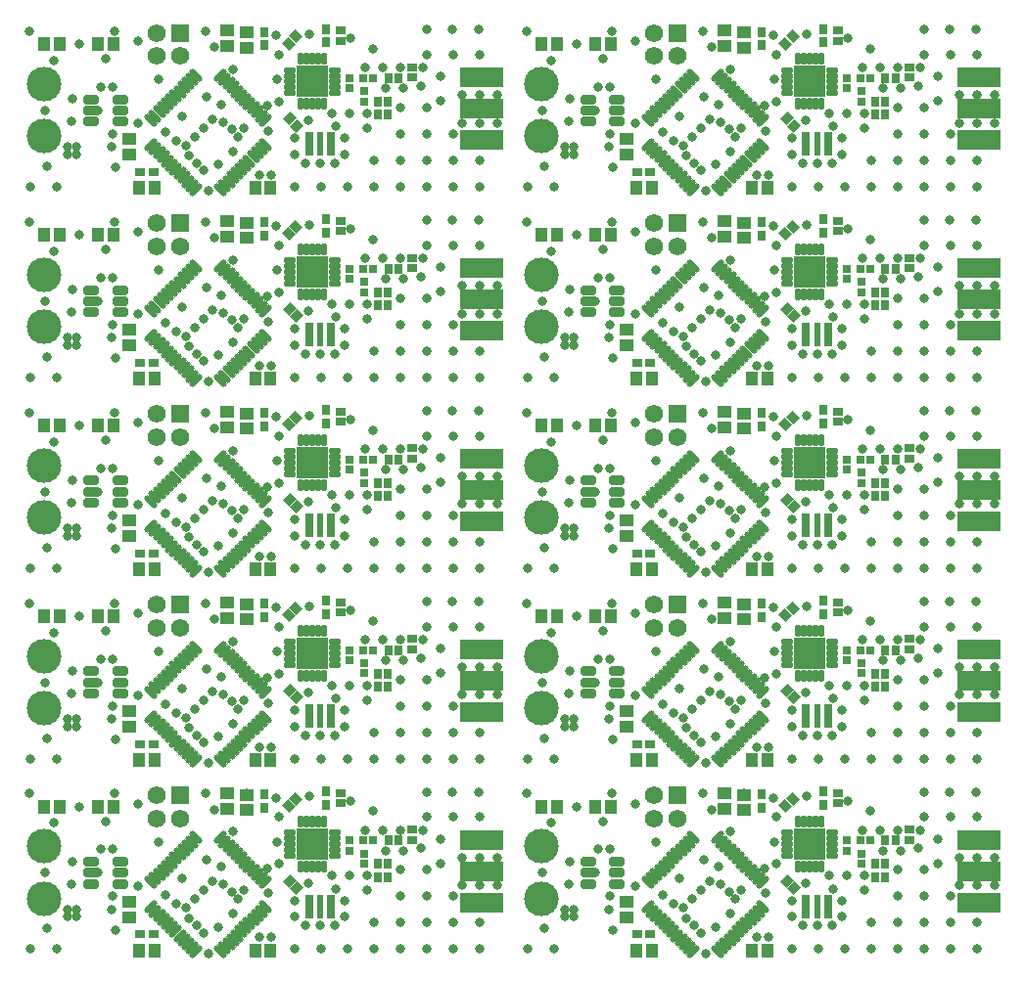
<source format=gts>
G04*
G04 #@! TF.GenerationSoftware,Altium Limited,Altium Designer,22.10.1 (41)*
G04*
G04 Layer_Color=8388736*
%FSTAX24Y24*%
%MOIN*%
G70*
G04*
G04 #@! TF.SameCoordinates,5BB37C8D-2695-4AAB-85CC-B91A701228BC*
G04*
G04*
G04 #@! TF.FilePolarity,Negative*
G04*
G01*
G75*
%ADD57R,0.1458X0.0671*%
G04:AMPARAMS|DCode=58|XSize=33.2mil|YSize=31.6mil|CornerRadius=0mil|HoleSize=0mil|Usage=FLASHONLY|Rotation=225.000|XOffset=0mil|YOffset=0mil|HoleType=Round|Shape=Rectangle|*
%AMROTATEDRECTD58*
4,1,4,0.0006,0.0229,0.0229,0.0006,-0.0006,-0.0229,-0.0229,-0.0006,0.0006,0.0229,0.0*
%
%ADD58ROTATEDRECTD58*%

G04:AMPARAMS|DCode=59|XSize=33.2mil|YSize=31.6mil|CornerRadius=0mil|HoleSize=0mil|Usage=FLASHONLY|Rotation=135.000|XOffset=0mil|YOffset=0mil|HoleType=Round|Shape=Rectangle|*
%AMROTATEDRECTD59*
4,1,4,0.0229,-0.0006,0.0006,-0.0229,-0.0229,0.0006,-0.0006,0.0229,0.0229,-0.0006,0.0*
%
%ADD59ROTATEDRECTD59*%

%ADD60R,0.0316X0.0332*%
%ADD61R,0.0332X0.0316*%
%ADD62R,0.0474X0.0434*%
%ADD63R,0.0434X0.0474*%
%ADD64R,0.0316X0.0277*%
%ADD65R,0.0277X0.0316*%
%ADD66R,0.0415X0.0454*%
%ADD67R,0.0375X0.0316*%
%ADD68R,0.0316X0.0375*%
%ADD69R,0.0454X0.0415*%
G04:AMPARAMS|DCode=70|XSize=55.6mil|YSize=31.2mil|CornerRadius=6.9mil|HoleSize=0mil|Usage=FLASHONLY|Rotation=0.000|XOffset=0mil|YOffset=0mil|HoleType=Round|Shape=RoundedRectangle|*
%AMROUNDEDRECTD70*
21,1,0.0556,0.0174,0,0,0.0*
21,1,0.0418,0.0312,0,0,0.0*
1,1,0.0138,0.0209,-0.0087*
1,1,0.0138,-0.0209,-0.0087*
1,1,0.0138,-0.0209,0.0087*
1,1,0.0138,0.0209,0.0087*
%
%ADD70ROUNDEDRECTD70*%
%ADD71R,0.0237X0.0828*%
%ADD72R,0.0316X0.0828*%
%ADD73R,0.1104X0.1104*%
G04:AMPARAMS|DCode=74|XSize=39.9mil|YSize=18.2mil|CornerRadius=5.3mil|HoleSize=0mil|Usage=FLASHONLY|Rotation=0.000|XOffset=0mil|YOffset=0mil|HoleType=Round|Shape=RoundedRectangle|*
%AMROUNDEDRECTD74*
21,1,0.0399,0.0077,0,0,0.0*
21,1,0.0293,0.0182,0,0,0.0*
1,1,0.0106,0.0147,-0.0038*
1,1,0.0106,-0.0147,-0.0038*
1,1,0.0106,-0.0147,0.0038*
1,1,0.0106,0.0147,0.0038*
%
%ADD74ROUNDEDRECTD74*%
G04:AMPARAMS|DCode=75|XSize=39.9mil|YSize=18.2mil|CornerRadius=5.3mil|HoleSize=0mil|Usage=FLASHONLY|Rotation=90.000|XOffset=0mil|YOffset=0mil|HoleType=Round|Shape=RoundedRectangle|*
%AMROUNDEDRECTD75*
21,1,0.0399,0.0077,0,0,90.0*
21,1,0.0293,0.0182,0,0,90.0*
1,1,0.0106,0.0038,0.0147*
1,1,0.0106,0.0038,-0.0147*
1,1,0.0106,-0.0038,-0.0147*
1,1,0.0106,-0.0038,0.0147*
%
%ADD75ROUNDEDRECTD75*%
G04:AMPARAMS|DCode=76|XSize=19.8mil|YSize=55.2mil|CornerRadius=0mil|HoleSize=0mil|Usage=FLASHONLY|Rotation=225.000|XOffset=0mil|YOffset=0mil|HoleType=Round|Shape=Round|*
%AMOVALD76*
21,1,0.0354,0.0198,0.0000,0.0000,315.0*
1,1,0.0198,-0.0125,0.0125*
1,1,0.0198,0.0125,-0.0125*
%
%ADD76OVALD76*%

G04:AMPARAMS|DCode=77|XSize=19.8mil|YSize=55.2mil|CornerRadius=0mil|HoleSize=0mil|Usage=FLASHONLY|Rotation=135.000|XOffset=0mil|YOffset=0mil|HoleType=Round|Shape=Round|*
%AMOVALD77*
21,1,0.0354,0.0198,0.0000,0.0000,225.0*
1,1,0.0198,0.0125,0.0125*
1,1,0.0198,-0.0125,-0.0125*
%
%ADD77OVALD77*%

%ADD78C,0.0615*%
%ADD79R,0.0615X0.0615*%
%ADD80C,0.1182*%
%ADD81C,0.0320*%
D57*
X033023Y016621D02*
D03*
Y017684D02*
D03*
Y015558D02*
D03*
X049952Y016621D02*
D03*
Y017684D02*
D03*
Y015558D02*
D03*
X033023Y023117D02*
D03*
Y02418D02*
D03*
Y022054D02*
D03*
X049952Y023117D02*
D03*
Y02418D02*
D03*
Y022054D02*
D03*
X033023Y029613D02*
D03*
Y030676D02*
D03*
Y02855D02*
D03*
X049952Y029613D02*
D03*
Y030676D02*
D03*
Y02855D02*
D03*
X033023Y03611D02*
D03*
Y037173D02*
D03*
Y035047D02*
D03*
X049952Y03611D02*
D03*
Y037173D02*
D03*
Y035047D02*
D03*
X033023Y042606D02*
D03*
Y043669D02*
D03*
Y041543D02*
D03*
X049952Y042606D02*
D03*
Y043669D02*
D03*
Y041543D02*
D03*
D58*
X026745Y016049D02*
D03*
X0265Y016294D02*
D03*
X043675Y016049D02*
D03*
X04343Y016294D02*
D03*
X026745Y022545D02*
D03*
X0265Y02279D02*
D03*
X043675Y022545D02*
D03*
X04343Y02279D02*
D03*
X026745Y029041D02*
D03*
X0265Y029286D02*
D03*
X043675Y029041D02*
D03*
X04343Y029286D02*
D03*
X026745Y035537D02*
D03*
X0265Y035782D02*
D03*
X043675Y035537D02*
D03*
X04343Y035782D02*
D03*
X026745Y042033D02*
D03*
X0265Y042278D02*
D03*
X043675Y042033D02*
D03*
X04343Y042278D02*
D03*
D59*
X02645Y018849D02*
D03*
X026695Y019094D02*
D03*
X04338Y018849D02*
D03*
X043625Y019094D02*
D03*
X02645Y025345D02*
D03*
X026695Y02559D02*
D03*
X04338Y025345D02*
D03*
X043625Y02559D02*
D03*
X02645Y031841D02*
D03*
X026695Y032086D02*
D03*
X04338Y031841D02*
D03*
X043625Y032086D02*
D03*
X02645Y038337D02*
D03*
X026695Y038582D02*
D03*
X04338Y038337D02*
D03*
X043625Y038582D02*
D03*
X02645Y044833D02*
D03*
X026695Y045078D02*
D03*
X04338Y044833D02*
D03*
X043625Y045078D02*
D03*
D60*
X0295Y016421D02*
D03*
X029846D02*
D03*
X0295Y016871D02*
D03*
X029846D02*
D03*
X030196Y017671D02*
D03*
X02985D02*
D03*
X046429Y016421D02*
D03*
X046775D02*
D03*
X046429Y016871D02*
D03*
X046775D02*
D03*
X047125Y017671D02*
D03*
X046779D02*
D03*
X0295Y022917D02*
D03*
X029846D02*
D03*
X0295Y023367D02*
D03*
X029846D02*
D03*
X030196Y024167D02*
D03*
X02985D02*
D03*
X046429Y022917D02*
D03*
X046775D02*
D03*
X046429Y023367D02*
D03*
X046775D02*
D03*
X047125Y024167D02*
D03*
X046779D02*
D03*
X0295Y029413D02*
D03*
X029846D02*
D03*
X0295Y029863D02*
D03*
X029846D02*
D03*
X030196Y030663D02*
D03*
X02985D02*
D03*
X046429Y029413D02*
D03*
X046775D02*
D03*
X046429Y029863D02*
D03*
X046775D02*
D03*
X047125Y030663D02*
D03*
X046779D02*
D03*
X0295Y03591D02*
D03*
X029846D02*
D03*
X0295Y03636D02*
D03*
X029846D02*
D03*
X030196Y03716D02*
D03*
X02985D02*
D03*
X046429Y03591D02*
D03*
X046775D02*
D03*
X046429Y03636D02*
D03*
X046775D02*
D03*
X047125Y03716D02*
D03*
X046779D02*
D03*
X0295Y042406D02*
D03*
X029846D02*
D03*
X0295Y042856D02*
D03*
X029846D02*
D03*
X030196Y043656D02*
D03*
X02985D02*
D03*
X046429Y042406D02*
D03*
X046775D02*
D03*
X046429Y042856D02*
D03*
X046775D02*
D03*
X047125Y043656D02*
D03*
X046779D02*
D03*
D61*
X030673Y017698D02*
D03*
Y018045D02*
D03*
X028223Y019295D02*
D03*
Y018948D02*
D03*
X047602Y017698D02*
D03*
Y018045D02*
D03*
X045152Y019295D02*
D03*
Y018948D02*
D03*
X030673Y024194D02*
D03*
Y024541D02*
D03*
X028223Y025791D02*
D03*
Y025444D02*
D03*
X047602Y024194D02*
D03*
Y024541D02*
D03*
X045152Y025791D02*
D03*
Y025444D02*
D03*
X030673Y03069D02*
D03*
Y031037D02*
D03*
X028223Y032287D02*
D03*
Y03194D02*
D03*
X047602Y03069D02*
D03*
Y031037D02*
D03*
X045152Y032287D02*
D03*
Y03194D02*
D03*
X030673Y037186D02*
D03*
Y037533D02*
D03*
X028223Y038783D02*
D03*
Y038436D02*
D03*
X047602Y037186D02*
D03*
Y037533D02*
D03*
X045152Y038783D02*
D03*
Y038436D02*
D03*
X030673Y043682D02*
D03*
Y044029D02*
D03*
X028223Y045279D02*
D03*
Y044932D02*
D03*
X047602Y043682D02*
D03*
Y044029D02*
D03*
X045152Y045279D02*
D03*
Y044932D02*
D03*
D62*
X021023Y015056D02*
D03*
Y015587D02*
D03*
X024373Y019287D02*
D03*
Y018756D02*
D03*
X037952Y015056D02*
D03*
Y015587D02*
D03*
X041302Y019287D02*
D03*
Y018756D02*
D03*
X021023Y021552D02*
D03*
Y022083D02*
D03*
X024373Y025783D02*
D03*
Y025252D02*
D03*
X037952Y021552D02*
D03*
Y022083D02*
D03*
X041302Y025783D02*
D03*
Y025252D02*
D03*
X021023Y028048D02*
D03*
Y028579D02*
D03*
X024373Y032279D02*
D03*
Y031748D02*
D03*
X037952Y028048D02*
D03*
Y028579D02*
D03*
X041302Y032279D02*
D03*
Y031748D02*
D03*
X021023Y034544D02*
D03*
Y035075D02*
D03*
X024373Y038775D02*
D03*
Y038244D02*
D03*
X037952Y034544D02*
D03*
Y035075D02*
D03*
X041302Y038775D02*
D03*
Y038244D02*
D03*
X021023Y04104D02*
D03*
Y041571D02*
D03*
X024373Y045271D02*
D03*
Y04474D02*
D03*
X037952Y04104D02*
D03*
Y041571D02*
D03*
X041302Y045271D02*
D03*
Y04474D02*
D03*
D63*
X021889Y013921D02*
D03*
X021357D02*
D03*
X020504Y018821D02*
D03*
X019973D02*
D03*
X018673D02*
D03*
X018141D02*
D03*
X038818Y013921D02*
D03*
X038286D02*
D03*
X037434Y018821D02*
D03*
X036902D02*
D03*
X035602D02*
D03*
X035071D02*
D03*
X021889Y020417D02*
D03*
X021357D02*
D03*
X020504Y025317D02*
D03*
X019973D02*
D03*
X018673D02*
D03*
X018141D02*
D03*
X038818Y020417D02*
D03*
X038286D02*
D03*
X037434Y025317D02*
D03*
X036902D02*
D03*
X035602D02*
D03*
X035071D02*
D03*
X021889Y026913D02*
D03*
X021357D02*
D03*
X020504Y031813D02*
D03*
X019973D02*
D03*
X018673D02*
D03*
X018141D02*
D03*
X038818Y026913D02*
D03*
X038286D02*
D03*
X037434Y031813D02*
D03*
X036902D02*
D03*
X035602D02*
D03*
X035071D02*
D03*
X021889Y03341D02*
D03*
X021357D02*
D03*
X020504Y03831D02*
D03*
X019973D02*
D03*
X018673D02*
D03*
X018141D02*
D03*
X038818Y03341D02*
D03*
X038286D02*
D03*
X037434Y03831D02*
D03*
X036902D02*
D03*
X035602D02*
D03*
X035071D02*
D03*
X021889Y039906D02*
D03*
X021357D02*
D03*
X020504Y044806D02*
D03*
X019973D02*
D03*
X018673D02*
D03*
X018141D02*
D03*
X038818Y039906D02*
D03*
X038286D02*
D03*
X037434Y044806D02*
D03*
X036902D02*
D03*
X035602D02*
D03*
X035071D02*
D03*
D64*
X029023Y017221D02*
D03*
Y016875D02*
D03*
X028523Y017325D02*
D03*
Y017671D02*
D03*
X045952Y017221D02*
D03*
Y016875D02*
D03*
X045452Y017325D02*
D03*
Y017671D02*
D03*
X029023Y023717D02*
D03*
Y023371D02*
D03*
X028523Y023821D02*
D03*
Y024167D02*
D03*
X045952Y023717D02*
D03*
Y023371D02*
D03*
X045452Y023821D02*
D03*
Y024167D02*
D03*
X029023Y030213D02*
D03*
Y029867D02*
D03*
X028523Y030317D02*
D03*
Y030663D02*
D03*
X045952Y030213D02*
D03*
Y029867D02*
D03*
X045452Y030317D02*
D03*
Y030663D02*
D03*
X029023Y03671D02*
D03*
Y036363D02*
D03*
X028523Y036813D02*
D03*
Y03716D02*
D03*
X045952Y03671D02*
D03*
Y036363D02*
D03*
X045452Y036813D02*
D03*
Y03716D02*
D03*
X029023Y043206D02*
D03*
Y042859D02*
D03*
X028523Y043309D02*
D03*
Y043656D02*
D03*
X045952Y043206D02*
D03*
Y042859D02*
D03*
X045452Y043309D02*
D03*
Y043656D02*
D03*
D65*
X029346Y017671D02*
D03*
X029D02*
D03*
X046275D02*
D03*
X045929D02*
D03*
X029346Y024167D02*
D03*
X029D02*
D03*
X046275D02*
D03*
X045929D02*
D03*
X029346Y030663D02*
D03*
X029D02*
D03*
X046275D02*
D03*
X045929D02*
D03*
X029346Y03716D02*
D03*
X029D02*
D03*
X046275D02*
D03*
X045929D02*
D03*
X029346Y043656D02*
D03*
X029D02*
D03*
X046275D02*
D03*
X045929D02*
D03*
D66*
X025829Y013921D02*
D03*
X025317D02*
D03*
X042758D02*
D03*
X042246D02*
D03*
X025829Y020417D02*
D03*
X025317D02*
D03*
X042758D02*
D03*
X042246D02*
D03*
X025829Y026913D02*
D03*
X025317D02*
D03*
X042758D02*
D03*
X042246D02*
D03*
X025829Y03341D02*
D03*
X025317D02*
D03*
X042758D02*
D03*
X042246D02*
D03*
X025829Y039906D02*
D03*
X025317D02*
D03*
X042758D02*
D03*
X042246D02*
D03*
D67*
X021849Y014471D02*
D03*
X021397D02*
D03*
X038778D02*
D03*
X038326D02*
D03*
X021849Y020967D02*
D03*
X021397D02*
D03*
X038778D02*
D03*
X038326D02*
D03*
X021849Y027463D02*
D03*
X021397D02*
D03*
X038778D02*
D03*
X038326D02*
D03*
X021849Y03396D02*
D03*
X021397D02*
D03*
X038778D02*
D03*
X038326D02*
D03*
X021849Y040456D02*
D03*
X021397D02*
D03*
X038778D02*
D03*
X038326D02*
D03*
D68*
X027723Y018895D02*
D03*
Y019348D02*
D03*
X025623Y019248D02*
D03*
Y018795D02*
D03*
X044652Y018895D02*
D03*
Y019348D02*
D03*
X042552Y019248D02*
D03*
Y018795D02*
D03*
X027723Y025391D02*
D03*
Y025844D02*
D03*
X025623Y025744D02*
D03*
Y025291D02*
D03*
X044652Y025391D02*
D03*
Y025844D02*
D03*
X042552Y025744D02*
D03*
Y025291D02*
D03*
X027723Y031887D02*
D03*
Y03234D02*
D03*
X025623Y03224D02*
D03*
Y031787D02*
D03*
X044652Y031887D02*
D03*
Y03234D02*
D03*
X042552Y03224D02*
D03*
Y031787D02*
D03*
X027723Y038383D02*
D03*
Y038836D02*
D03*
X025623Y038736D02*
D03*
Y038283D02*
D03*
X044652Y038383D02*
D03*
Y038836D02*
D03*
X042552Y038736D02*
D03*
Y038283D02*
D03*
X027723Y044879D02*
D03*
Y045332D02*
D03*
X025623Y045232D02*
D03*
Y044779D02*
D03*
X044652Y044879D02*
D03*
Y045332D02*
D03*
X042552Y045232D02*
D03*
Y044779D02*
D03*
D69*
X025023Y019227D02*
D03*
Y018715D02*
D03*
X041952Y019227D02*
D03*
Y018715D02*
D03*
X025023Y025723D02*
D03*
Y025211D02*
D03*
X041952Y025723D02*
D03*
Y025211D02*
D03*
X025023Y032219D02*
D03*
Y031708D02*
D03*
X041952Y032219D02*
D03*
Y031708D02*
D03*
X025023Y038715D02*
D03*
Y038204D02*
D03*
X041952Y038715D02*
D03*
Y038204D02*
D03*
X025023Y045211D02*
D03*
Y0447D02*
D03*
X041952Y045211D02*
D03*
Y0447D02*
D03*
D70*
X019729Y016945D02*
D03*
Y016571D02*
D03*
Y016197D02*
D03*
X020717D02*
D03*
X020717Y016571D02*
D03*
X020717Y016945D02*
D03*
X036658D02*
D03*
Y016571D02*
D03*
Y016197D02*
D03*
X037646D02*
D03*
X037646Y016571D02*
D03*
X037646Y016945D02*
D03*
X019729Y023441D02*
D03*
Y023067D02*
D03*
Y022693D02*
D03*
X020717D02*
D03*
X020717Y023067D02*
D03*
X020717Y023441D02*
D03*
X036658D02*
D03*
Y023067D02*
D03*
Y022693D02*
D03*
X037646D02*
D03*
X037646Y023067D02*
D03*
X037646Y023441D02*
D03*
X019729Y029937D02*
D03*
Y029563D02*
D03*
Y029189D02*
D03*
X020717D02*
D03*
X020717Y029563D02*
D03*
X020717Y029937D02*
D03*
X036658D02*
D03*
Y029563D02*
D03*
Y029189D02*
D03*
X037646D02*
D03*
X037646Y029563D02*
D03*
X037646Y029937D02*
D03*
X019729Y036434D02*
D03*
Y03606D02*
D03*
Y035686D02*
D03*
X020717D02*
D03*
X020717Y03606D02*
D03*
X020717Y036434D02*
D03*
X036658D02*
D03*
Y03606D02*
D03*
Y035686D02*
D03*
X037646D02*
D03*
X037646Y03606D02*
D03*
X037646Y036434D02*
D03*
X019729Y04293D02*
D03*
Y042556D02*
D03*
Y042182D02*
D03*
X020717D02*
D03*
X020717Y042556D02*
D03*
X020717Y04293D02*
D03*
X036658D02*
D03*
Y042556D02*
D03*
Y042182D02*
D03*
X037646D02*
D03*
X037646Y042556D02*
D03*
X037646Y04293D02*
D03*
D71*
X027523Y015421D02*
D03*
X044452D02*
D03*
X027523Y021917D02*
D03*
X044452D02*
D03*
X027523Y028413D02*
D03*
X044452D02*
D03*
X027523Y03491D02*
D03*
X044452D02*
D03*
X027523Y041406D02*
D03*
X044452D02*
D03*
D72*
X027897Y015421D02*
D03*
X027149D02*
D03*
X044826D02*
D03*
X044078D02*
D03*
X027897Y021917D02*
D03*
X027149D02*
D03*
X044826D02*
D03*
X044078D02*
D03*
X027897Y028413D02*
D03*
X027149D02*
D03*
X044826D02*
D03*
X044078D02*
D03*
X027897Y03491D02*
D03*
X027149D02*
D03*
X044826D02*
D03*
X044078D02*
D03*
X027897Y041406D02*
D03*
X027149D02*
D03*
X044826D02*
D03*
X044078D02*
D03*
D73*
X027267Y017554D02*
D03*
X044196D02*
D03*
X027267Y02405D02*
D03*
X044196D02*
D03*
X027267Y030546D02*
D03*
X044196D02*
D03*
X027267Y037042D02*
D03*
X044196D02*
D03*
X027267Y043538D02*
D03*
X044196D02*
D03*
D74*
X028034Y017947D02*
D03*
Y01775D02*
D03*
Y017554D02*
D03*
Y017357D02*
D03*
Y01716D02*
D03*
X026499D02*
D03*
Y017357D02*
D03*
Y017554D02*
D03*
Y01775D02*
D03*
Y017947D02*
D03*
X044963D02*
D03*
Y01775D02*
D03*
Y017554D02*
D03*
Y017357D02*
D03*
Y01716D02*
D03*
X043428D02*
D03*
Y017357D02*
D03*
Y017554D02*
D03*
Y01775D02*
D03*
Y017947D02*
D03*
X028034Y024443D02*
D03*
Y024247D02*
D03*
Y02405D02*
D03*
Y023853D02*
D03*
Y023656D02*
D03*
X026499D02*
D03*
Y023853D02*
D03*
Y02405D02*
D03*
Y024247D02*
D03*
Y024443D02*
D03*
X044963D02*
D03*
Y024247D02*
D03*
Y02405D02*
D03*
Y023853D02*
D03*
Y023656D02*
D03*
X043428D02*
D03*
Y023853D02*
D03*
Y02405D02*
D03*
Y024247D02*
D03*
Y024443D02*
D03*
X028034Y030939D02*
D03*
Y030743D02*
D03*
Y030546D02*
D03*
Y030349D02*
D03*
Y030152D02*
D03*
X026499D02*
D03*
Y030349D02*
D03*
Y030546D02*
D03*
Y030743D02*
D03*
Y030939D02*
D03*
X044963D02*
D03*
Y030743D02*
D03*
Y030546D02*
D03*
Y030349D02*
D03*
Y030152D02*
D03*
X043428D02*
D03*
Y030349D02*
D03*
Y030546D02*
D03*
Y030743D02*
D03*
Y030939D02*
D03*
X028034Y037436D02*
D03*
Y037239D02*
D03*
Y037042D02*
D03*
Y036845D02*
D03*
Y036648D02*
D03*
X026499D02*
D03*
Y036845D02*
D03*
Y037042D02*
D03*
Y037239D02*
D03*
Y037436D02*
D03*
X044963D02*
D03*
Y037239D02*
D03*
Y037042D02*
D03*
Y036845D02*
D03*
Y036648D02*
D03*
X043428D02*
D03*
Y036845D02*
D03*
Y037042D02*
D03*
Y037239D02*
D03*
Y037436D02*
D03*
X028034Y043932D02*
D03*
Y043735D02*
D03*
Y043538D02*
D03*
Y043341D02*
D03*
Y043144D02*
D03*
X026499D02*
D03*
Y043341D02*
D03*
Y043538D02*
D03*
Y043735D02*
D03*
Y043932D02*
D03*
X044963D02*
D03*
Y043735D02*
D03*
Y043538D02*
D03*
Y043341D02*
D03*
Y043144D02*
D03*
X043428D02*
D03*
Y043341D02*
D03*
Y043538D02*
D03*
Y043735D02*
D03*
Y043932D02*
D03*
D75*
X026873Y018321D02*
D03*
X02707D02*
D03*
X027267D02*
D03*
X027463D02*
D03*
X02766D02*
D03*
Y016786D02*
D03*
X027463D02*
D03*
X027267D02*
D03*
X02707D02*
D03*
X026873D02*
D03*
X043802Y018321D02*
D03*
X043999D02*
D03*
X044196D02*
D03*
X044393D02*
D03*
X044589D02*
D03*
Y016786D02*
D03*
X044393D02*
D03*
X044196D02*
D03*
X043999D02*
D03*
X043802D02*
D03*
X026873Y024817D02*
D03*
X02707D02*
D03*
X027267D02*
D03*
X027463D02*
D03*
X02766D02*
D03*
Y023282D02*
D03*
X027463D02*
D03*
X027267D02*
D03*
X02707D02*
D03*
X026873D02*
D03*
X043802Y024817D02*
D03*
X043999D02*
D03*
X044196D02*
D03*
X044393D02*
D03*
X044589D02*
D03*
Y023282D02*
D03*
X044393D02*
D03*
X044196D02*
D03*
X043999D02*
D03*
X043802D02*
D03*
X026873Y031313D02*
D03*
X02707D02*
D03*
X027267D02*
D03*
X027463D02*
D03*
X02766D02*
D03*
Y029778D02*
D03*
X027463D02*
D03*
X027267D02*
D03*
X02707D02*
D03*
X026873D02*
D03*
X043802Y031313D02*
D03*
X043999D02*
D03*
X044196D02*
D03*
X044393D02*
D03*
X044589D02*
D03*
Y029778D02*
D03*
X044393D02*
D03*
X044196D02*
D03*
X043999D02*
D03*
X043802D02*
D03*
X026873Y03781D02*
D03*
X02707D02*
D03*
X027267D02*
D03*
X027463D02*
D03*
X02766D02*
D03*
Y036274D02*
D03*
X027463D02*
D03*
X027267D02*
D03*
X02707D02*
D03*
X026873D02*
D03*
X043802Y03781D02*
D03*
X043999D02*
D03*
X044196D02*
D03*
X044393D02*
D03*
X044589D02*
D03*
Y036274D02*
D03*
X044393D02*
D03*
X044196D02*
D03*
X043999D02*
D03*
X043802D02*
D03*
X026873Y044306D02*
D03*
X02707D02*
D03*
X027267D02*
D03*
X027463D02*
D03*
X02766D02*
D03*
Y04277D02*
D03*
X027463D02*
D03*
X027267D02*
D03*
X02707D02*
D03*
X026873D02*
D03*
X043802Y044306D02*
D03*
X043999D02*
D03*
X044196D02*
D03*
X044393D02*
D03*
X044589D02*
D03*
Y04277D02*
D03*
X044393D02*
D03*
X044196D02*
D03*
X043999D02*
D03*
X043802D02*
D03*
D76*
X02414Y013873D02*
D03*
X02428Y014012D02*
D03*
X024419Y014151D02*
D03*
X024558Y01429D02*
D03*
X024697Y014429D02*
D03*
X024836Y014569D02*
D03*
X024976Y014708D02*
D03*
X025115Y014847D02*
D03*
X025254Y014986D02*
D03*
X025393Y015125D02*
D03*
X025532Y015265D02*
D03*
X025672Y015404D02*
D03*
X023305Y01777D02*
D03*
X023166Y017631D02*
D03*
X023027Y017492D02*
D03*
X022888Y017352D02*
D03*
X022749Y017213D02*
D03*
X022609Y017074D02*
D03*
X02247Y016935D02*
D03*
X022331Y016796D02*
D03*
X022192Y016656D02*
D03*
X022053Y016517D02*
D03*
X021913Y016378D02*
D03*
X021774Y016239D02*
D03*
X04107Y013873D02*
D03*
X041209Y014012D02*
D03*
X041348Y014151D02*
D03*
X041487Y01429D02*
D03*
X041626Y014429D02*
D03*
X041766Y014569D02*
D03*
X041905Y014708D02*
D03*
X042044Y014847D02*
D03*
X042183Y014986D02*
D03*
X042322Y015125D02*
D03*
X042462Y015265D02*
D03*
X042601Y015404D02*
D03*
X040234Y01777D02*
D03*
X040095Y017631D02*
D03*
X039956Y017492D02*
D03*
X039817Y017352D02*
D03*
X039678Y017213D02*
D03*
X039538Y017074D02*
D03*
X039399Y016935D02*
D03*
X03926Y016796D02*
D03*
X039121Y016656D02*
D03*
X038982Y016517D02*
D03*
X038843Y016378D02*
D03*
X038703Y016239D02*
D03*
X02414Y020369D02*
D03*
X02428Y020508D02*
D03*
X024419Y020647D02*
D03*
X024558Y020786D02*
D03*
X024697Y020925D02*
D03*
X024836Y021065D02*
D03*
X024976Y021204D02*
D03*
X025115Y021343D02*
D03*
X025254Y021482D02*
D03*
X025393Y021621D02*
D03*
X025532Y021761D02*
D03*
X025672Y0219D02*
D03*
X023305Y024266D02*
D03*
X023166Y024127D02*
D03*
X023027Y023988D02*
D03*
X022888Y023849D02*
D03*
X022749Y023709D02*
D03*
X022609Y02357D02*
D03*
X02247Y023431D02*
D03*
X022331Y023292D02*
D03*
X022192Y023153D02*
D03*
X022053Y023013D02*
D03*
X021913Y022874D02*
D03*
X021774Y022735D02*
D03*
X04107Y020369D02*
D03*
X041209Y020508D02*
D03*
X041348Y020647D02*
D03*
X041487Y020786D02*
D03*
X041626Y020925D02*
D03*
X041766Y021065D02*
D03*
X041905Y021204D02*
D03*
X042044Y021343D02*
D03*
X042183Y021482D02*
D03*
X042322Y021621D02*
D03*
X042462Y021761D02*
D03*
X042601Y0219D02*
D03*
X040234Y024266D02*
D03*
X040095Y024127D02*
D03*
X039956Y023988D02*
D03*
X039817Y023849D02*
D03*
X039678Y023709D02*
D03*
X039538Y02357D02*
D03*
X039399Y023431D02*
D03*
X03926Y023292D02*
D03*
X039121Y023153D02*
D03*
X038982Y023013D02*
D03*
X038843Y022874D02*
D03*
X038703Y022735D02*
D03*
X02414Y026865D02*
D03*
X02428Y027004D02*
D03*
X024419Y027143D02*
D03*
X024558Y027282D02*
D03*
X024697Y027422D02*
D03*
X024836Y027561D02*
D03*
X024976Y0277D02*
D03*
X025115Y027839D02*
D03*
X025254Y027978D02*
D03*
X025393Y028117D02*
D03*
X025532Y028257D02*
D03*
X025672Y028396D02*
D03*
X023305Y030762D02*
D03*
X023166Y030623D02*
D03*
X023027Y030484D02*
D03*
X022888Y030345D02*
D03*
X022749Y030205D02*
D03*
X022609Y030066D02*
D03*
X02247Y029927D02*
D03*
X022331Y029788D02*
D03*
X022192Y029649D02*
D03*
X022053Y029509D02*
D03*
X021913Y02937D02*
D03*
X021774Y029231D02*
D03*
X04107Y026865D02*
D03*
X041209Y027004D02*
D03*
X041348Y027143D02*
D03*
X041487Y027282D02*
D03*
X041626Y027422D02*
D03*
X041766Y027561D02*
D03*
X041905Y0277D02*
D03*
X042044Y027839D02*
D03*
X042183Y027978D02*
D03*
X042322Y028117D02*
D03*
X042462Y028257D02*
D03*
X042601Y028396D02*
D03*
X040234Y030762D02*
D03*
X040095Y030623D02*
D03*
X039956Y030484D02*
D03*
X039817Y030345D02*
D03*
X039678Y030205D02*
D03*
X039538Y030066D02*
D03*
X039399Y029927D02*
D03*
X03926Y029788D02*
D03*
X039121Y029649D02*
D03*
X038982Y029509D02*
D03*
X038843Y02937D02*
D03*
X038703Y029231D02*
D03*
X02414Y033361D02*
D03*
X02428Y0335D02*
D03*
X024419Y033639D02*
D03*
X024558Y033778D02*
D03*
X024697Y033918D02*
D03*
X024836Y034057D02*
D03*
X024976Y034196D02*
D03*
X025115Y034335D02*
D03*
X025254Y034474D02*
D03*
X025393Y034614D02*
D03*
X025532Y034753D02*
D03*
X025672Y034892D02*
D03*
X023305Y037258D02*
D03*
X023166Y037119D02*
D03*
X023027Y03698D02*
D03*
X022888Y036841D02*
D03*
X022749Y036701D02*
D03*
X022609Y036562D02*
D03*
X02247Y036423D02*
D03*
X022331Y036284D02*
D03*
X022192Y036145D02*
D03*
X022053Y036005D02*
D03*
X021913Y035866D02*
D03*
X021774Y035727D02*
D03*
X04107Y033361D02*
D03*
X041209Y0335D02*
D03*
X041348Y033639D02*
D03*
X041487Y033778D02*
D03*
X041626Y033918D02*
D03*
X041766Y034057D02*
D03*
X041905Y034196D02*
D03*
X042044Y034335D02*
D03*
X042183Y034474D02*
D03*
X042322Y034614D02*
D03*
X042462Y034753D02*
D03*
X042601Y034892D02*
D03*
X040234Y037258D02*
D03*
X040095Y037119D02*
D03*
X039956Y03698D02*
D03*
X039817Y036841D02*
D03*
X039678Y036701D02*
D03*
X039538Y036562D02*
D03*
X039399Y036423D02*
D03*
X03926Y036284D02*
D03*
X039121Y036145D02*
D03*
X038982Y036005D02*
D03*
X038843Y035866D02*
D03*
X038703Y035727D02*
D03*
X02414Y039857D02*
D03*
X02428Y039996D02*
D03*
X024419Y040135D02*
D03*
X024558Y040274D02*
D03*
X024697Y040414D02*
D03*
X024836Y040553D02*
D03*
X024976Y040692D02*
D03*
X025115Y040831D02*
D03*
X025254Y04097D02*
D03*
X025393Y04111D02*
D03*
X025532Y041249D02*
D03*
X025672Y041388D02*
D03*
X023305Y043754D02*
D03*
X023166Y043615D02*
D03*
X023027Y043476D02*
D03*
X022888Y043337D02*
D03*
X022749Y043198D02*
D03*
X022609Y043058D02*
D03*
X02247Y042919D02*
D03*
X022331Y04278D02*
D03*
X022192Y042641D02*
D03*
X022053Y042502D02*
D03*
X021913Y042362D02*
D03*
X021774Y042223D02*
D03*
X04107Y039857D02*
D03*
X041209Y039996D02*
D03*
X041348Y040135D02*
D03*
X041487Y040274D02*
D03*
X041626Y040414D02*
D03*
X041766Y040553D02*
D03*
X041905Y040692D02*
D03*
X042044Y040831D02*
D03*
X042183Y04097D02*
D03*
X042322Y04111D02*
D03*
X042462Y041249D02*
D03*
X042601Y041388D02*
D03*
X040234Y043754D02*
D03*
X040095Y043615D02*
D03*
X039956Y043476D02*
D03*
X039817Y043337D02*
D03*
X039678Y043198D02*
D03*
X039538Y043058D02*
D03*
X039399Y042919D02*
D03*
X03926Y04278D02*
D03*
X039121Y042641D02*
D03*
X038982Y042502D02*
D03*
X038843Y042362D02*
D03*
X038703Y042223D02*
D03*
D77*
X025672Y016239D02*
D03*
X025532Y016378D02*
D03*
X025393Y016517D02*
D03*
X025254Y016656D02*
D03*
X025115Y016796D02*
D03*
X024976Y016935D02*
D03*
X024836Y017074D02*
D03*
X024697Y017213D02*
D03*
X024558Y017352D02*
D03*
X024419Y017492D02*
D03*
X02428Y017631D02*
D03*
X02414Y01777D02*
D03*
X021774Y015404D02*
D03*
X021913Y015265D02*
D03*
X022053Y015125D02*
D03*
X022192Y014986D02*
D03*
X022331Y014847D02*
D03*
X02247Y014708D02*
D03*
X022609Y014569D02*
D03*
X022749Y014429D02*
D03*
X022888Y01429D02*
D03*
X023027Y014151D02*
D03*
X023166Y014012D02*
D03*
X023305Y013873D02*
D03*
X042601Y016239D02*
D03*
X042462Y016378D02*
D03*
X042322Y016517D02*
D03*
X042183Y016656D02*
D03*
X042044Y016796D02*
D03*
X041905Y016935D02*
D03*
X041766Y017074D02*
D03*
X041626Y017213D02*
D03*
X041487Y017352D02*
D03*
X041348Y017492D02*
D03*
X041209Y017631D02*
D03*
X04107Y01777D02*
D03*
X038703Y015404D02*
D03*
X038843Y015265D02*
D03*
X038982Y015125D02*
D03*
X039121Y014986D02*
D03*
X03926Y014847D02*
D03*
X039399Y014708D02*
D03*
X039538Y014569D02*
D03*
X039678Y014429D02*
D03*
X039817Y01429D02*
D03*
X039956Y014151D02*
D03*
X040095Y014012D02*
D03*
X040234Y013873D02*
D03*
X025672Y022735D02*
D03*
X025532Y022874D02*
D03*
X025393Y023013D02*
D03*
X025254Y023153D02*
D03*
X025115Y023292D02*
D03*
X024976Y023431D02*
D03*
X024836Y02357D02*
D03*
X024697Y023709D02*
D03*
X024558Y023849D02*
D03*
X024419Y023988D02*
D03*
X02428Y024127D02*
D03*
X02414Y024266D02*
D03*
X021774Y0219D02*
D03*
X021913Y021761D02*
D03*
X022053Y021621D02*
D03*
X022192Y021482D02*
D03*
X022331Y021343D02*
D03*
X02247Y021204D02*
D03*
X022609Y021065D02*
D03*
X022749Y020925D02*
D03*
X022888Y020786D02*
D03*
X023027Y020647D02*
D03*
X023166Y020508D02*
D03*
X023305Y020369D02*
D03*
X042601Y022735D02*
D03*
X042462Y022874D02*
D03*
X042322Y023013D02*
D03*
X042183Y023153D02*
D03*
X042044Y023292D02*
D03*
X041905Y023431D02*
D03*
X041766Y02357D02*
D03*
X041626Y023709D02*
D03*
X041487Y023849D02*
D03*
X041348Y023988D02*
D03*
X041209Y024127D02*
D03*
X04107Y024266D02*
D03*
X038703Y0219D02*
D03*
X038843Y021761D02*
D03*
X038982Y021621D02*
D03*
X039121Y021482D02*
D03*
X03926Y021343D02*
D03*
X039399Y021204D02*
D03*
X039538Y021065D02*
D03*
X039678Y020925D02*
D03*
X039817Y020786D02*
D03*
X039956Y020647D02*
D03*
X040095Y020508D02*
D03*
X040234Y020369D02*
D03*
X025672Y029231D02*
D03*
X025532Y02937D02*
D03*
X025393Y029509D02*
D03*
X025254Y029649D02*
D03*
X025115Y029788D02*
D03*
X024976Y029927D02*
D03*
X024836Y030066D02*
D03*
X024697Y030205D02*
D03*
X024558Y030345D02*
D03*
X024419Y030484D02*
D03*
X02428Y030623D02*
D03*
X02414Y030762D02*
D03*
X021774Y028396D02*
D03*
X021913Y028257D02*
D03*
X022053Y028117D02*
D03*
X022192Y027978D02*
D03*
X022331Y027839D02*
D03*
X02247Y0277D02*
D03*
X022609Y027561D02*
D03*
X022749Y027422D02*
D03*
X022888Y027282D02*
D03*
X023027Y027143D02*
D03*
X023166Y027004D02*
D03*
X023305Y026865D02*
D03*
X042601Y029231D02*
D03*
X042462Y02937D02*
D03*
X042322Y029509D02*
D03*
X042183Y029649D02*
D03*
X042044Y029788D02*
D03*
X041905Y029927D02*
D03*
X041766Y030066D02*
D03*
X041626Y030205D02*
D03*
X041487Y030345D02*
D03*
X041348Y030484D02*
D03*
X041209Y030623D02*
D03*
X04107Y030762D02*
D03*
X038703Y028396D02*
D03*
X038843Y028257D02*
D03*
X038982Y028117D02*
D03*
X039121Y027978D02*
D03*
X03926Y027839D02*
D03*
X039399Y0277D02*
D03*
X039538Y027561D02*
D03*
X039678Y027422D02*
D03*
X039817Y027282D02*
D03*
X039956Y027143D02*
D03*
X040095Y027004D02*
D03*
X040234Y026865D02*
D03*
X025672Y035727D02*
D03*
X025532Y035866D02*
D03*
X025393Y036005D02*
D03*
X025254Y036145D02*
D03*
X025115Y036284D02*
D03*
X024976Y036423D02*
D03*
X024836Y036562D02*
D03*
X024697Y036701D02*
D03*
X024558Y036841D02*
D03*
X024419Y03698D02*
D03*
X02428Y037119D02*
D03*
X02414Y037258D02*
D03*
X021774Y034892D02*
D03*
X021913Y034753D02*
D03*
X022053Y034614D02*
D03*
X022192Y034474D02*
D03*
X022331Y034335D02*
D03*
X02247Y034196D02*
D03*
X022609Y034057D02*
D03*
X022749Y033918D02*
D03*
X022888Y033778D02*
D03*
X023027Y033639D02*
D03*
X023166Y0335D02*
D03*
X023305Y033361D02*
D03*
X042601Y035727D02*
D03*
X042462Y035866D02*
D03*
X042322Y036005D02*
D03*
X042183Y036145D02*
D03*
X042044Y036284D02*
D03*
X041905Y036423D02*
D03*
X041766Y036562D02*
D03*
X041626Y036701D02*
D03*
X041487Y036841D02*
D03*
X041348Y03698D02*
D03*
X041209Y037119D02*
D03*
X04107Y037258D02*
D03*
X038703Y034892D02*
D03*
X038843Y034753D02*
D03*
X038982Y034614D02*
D03*
X039121Y034474D02*
D03*
X03926Y034335D02*
D03*
X039399Y034196D02*
D03*
X039538Y034057D02*
D03*
X039678Y033918D02*
D03*
X039817Y033778D02*
D03*
X039956Y033639D02*
D03*
X040095Y0335D02*
D03*
X040234Y033361D02*
D03*
X025672Y042223D02*
D03*
X025532Y042362D02*
D03*
X025393Y042502D02*
D03*
X025254Y042641D02*
D03*
X025115Y04278D02*
D03*
X024976Y042919D02*
D03*
X024836Y043058D02*
D03*
X024697Y043198D02*
D03*
X024558Y043337D02*
D03*
X024419Y043476D02*
D03*
X02428Y043615D02*
D03*
X02414Y043754D02*
D03*
X021774Y041388D02*
D03*
X021913Y041249D02*
D03*
X022053Y04111D02*
D03*
X022192Y04097D02*
D03*
X022331Y040831D02*
D03*
X02247Y040692D02*
D03*
X022609Y040553D02*
D03*
X022749Y040414D02*
D03*
X022888Y040274D02*
D03*
X023027Y040135D02*
D03*
X023166Y039996D02*
D03*
X023305Y039857D02*
D03*
X042601Y042223D02*
D03*
X042462Y042362D02*
D03*
X042322Y042502D02*
D03*
X042183Y042641D02*
D03*
X042044Y04278D02*
D03*
X041905Y042919D02*
D03*
X041766Y043058D02*
D03*
X041626Y043198D02*
D03*
X041487Y043337D02*
D03*
X041348Y043476D02*
D03*
X041209Y043615D02*
D03*
X04107Y043754D02*
D03*
X038703Y041388D02*
D03*
X038843Y041249D02*
D03*
X038982Y04111D02*
D03*
X039121Y04097D02*
D03*
X03926Y040831D02*
D03*
X039399Y040692D02*
D03*
X039538Y040553D02*
D03*
X039678Y040414D02*
D03*
X039817Y040274D02*
D03*
X039956Y040135D02*
D03*
X040095Y039996D02*
D03*
X040234Y039857D02*
D03*
D78*
X021979Y018428D02*
D03*
Y019215D02*
D03*
X022767Y018428D02*
D03*
X038908D02*
D03*
Y019215D02*
D03*
X039696Y018428D02*
D03*
X021979Y024924D02*
D03*
Y025711D02*
D03*
X022767Y024924D02*
D03*
X038908D02*
D03*
Y025711D02*
D03*
X039696Y024924D02*
D03*
X021979Y03142D02*
D03*
Y032207D02*
D03*
X022767Y03142D02*
D03*
X038908D02*
D03*
Y032207D02*
D03*
X039696Y03142D02*
D03*
X021979Y037916D02*
D03*
Y038703D02*
D03*
X022767Y037916D02*
D03*
X038908D02*
D03*
Y038703D02*
D03*
X039696Y037916D02*
D03*
X021979Y044412D02*
D03*
Y045199D02*
D03*
X022767Y044412D02*
D03*
X038908D02*
D03*
Y045199D02*
D03*
X039696Y044412D02*
D03*
D79*
X022767Y019215D02*
D03*
X039696D02*
D03*
X022767Y025711D02*
D03*
X039696D02*
D03*
X022767Y032207D02*
D03*
X039696D02*
D03*
X022767Y038703D02*
D03*
X039696D02*
D03*
X022767Y045199D02*
D03*
X039696D02*
D03*
D80*
X018144Y017471D02*
D03*
X018144Y0157D02*
D03*
X035073Y017471D02*
D03*
X035073Y0157D02*
D03*
X018144Y023967D02*
D03*
X018144Y022196D02*
D03*
X035073Y023967D02*
D03*
X035073Y022196D02*
D03*
X018144Y030463D02*
D03*
X018144Y028692D02*
D03*
X035073Y030463D02*
D03*
X035073Y028692D02*
D03*
X018144Y03696D02*
D03*
X018144Y035188D02*
D03*
X035073Y03696D02*
D03*
X035073Y035188D02*
D03*
X018144Y043456D02*
D03*
X018144Y041684D02*
D03*
X035073Y043456D02*
D03*
X035073Y041684D02*
D03*
D81*
X024573Y017971D02*
D03*
X018473Y018271D02*
D03*
X017623Y019271D02*
D03*
X018173Y016571D02*
D03*
X019973D02*
D03*
X031173Y015771D02*
D03*
X032973Y018471D02*
D03*
Y014871D02*
D03*
Y013971D02*
D03*
X032073Y018471D02*
D03*
Y015771D02*
D03*
Y014871D02*
D03*
Y013971D02*
D03*
X031173Y018471D02*
D03*
Y016671D02*
D03*
Y014871D02*
D03*
Y013971D02*
D03*
X030273Y016671D02*
D03*
Y015771D02*
D03*
Y014871D02*
D03*
Y013971D02*
D03*
X029373Y014871D02*
D03*
Y013971D02*
D03*
X028473D02*
D03*
X027573D02*
D03*
X026673D02*
D03*
X018573D02*
D03*
X017673D02*
D03*
X028073Y016021D02*
D03*
X028373Y015621D02*
D03*
Y015071D02*
D03*
X026673Y015621D02*
D03*
Y015071D02*
D03*
X027023Y014771D02*
D03*
X031173Y019321D02*
D03*
X032023D02*
D03*
X032923D02*
D03*
X029673Y018021D02*
D03*
X030979Y017404D02*
D03*
X031634Y016894D02*
D03*
X031627Y017733D02*
D03*
X033573Y016146D02*
D03*
X032973D02*
D03*
X032373D02*
D03*
Y017097D02*
D03*
X032973D02*
D03*
X033573D02*
D03*
X031023Y018021D02*
D03*
X022623Y015521D02*
D03*
X027923Y016471D02*
D03*
X028523D02*
D03*
X029073Y018021D02*
D03*
X030273D02*
D03*
X029773Y017321D02*
D03*
X030373D02*
D03*
X020073Y017371D02*
D03*
X020473D02*
D03*
X026123Y016871D02*
D03*
X026073Y017621D02*
D03*
X025726Y016732D02*
D03*
X024923Y015971D02*
D03*
X024173Y016771D02*
D03*
X025773Y015871D02*
D03*
X022823Y016371D02*
D03*
X022273Y015821D02*
D03*
X026123Y018471D02*
D03*
X029123Y015971D02*
D03*
Y016471D02*
D03*
X019323Y018821D02*
D03*
X025023Y019271D02*
D03*
X023623D02*
D03*
X029323Y018671D02*
D03*
X021323Y016121D02*
D03*
X022023Y017621D02*
D03*
X027123Y016221D02*
D03*
X028023Y014771D02*
D03*
X027523D02*
D03*
X024073Y014721D02*
D03*
X024223Y016171D02*
D03*
X023873Y016271D02*
D03*
X024573Y015171D02*
D03*
X023573Y014521D02*
D03*
X023323Y014771D02*
D03*
X023073Y015021D02*
D03*
X022973Y015371D02*
D03*
X023273Y015671D02*
D03*
X023573Y015971D02*
D03*
X024523Y015921D02*
D03*
X024723Y015671D02*
D03*
X028573Y019021D02*
D03*
X026023Y019121D02*
D03*
X027173Y019171D02*
D03*
X020473Y015771D02*
D03*
X020423Y015321D02*
D03*
X021323Y018921D02*
D03*
X020523Y019271D02*
D03*
X023923Y018721D02*
D03*
X019223Y015321D02*
D03*
X023673Y017021D02*
D03*
X025473Y014371D02*
D03*
X023723Y013821D02*
D03*
X020573Y014621D02*
D03*
X018223Y014671D02*
D03*
X018923Y015321D02*
D03*
Y015071D02*
D03*
X019223D02*
D03*
X020223Y018321D02*
D03*
X019097Y016958D02*
D03*
X019069Y016192D02*
D03*
X025873Y014371D02*
D03*
X041502Y017971D02*
D03*
X035402Y018271D02*
D03*
X034552Y019271D02*
D03*
X035102Y016571D02*
D03*
X036902D02*
D03*
X048102Y015771D02*
D03*
X049902Y018471D02*
D03*
Y014871D02*
D03*
Y013971D02*
D03*
X049002Y018471D02*
D03*
Y015771D02*
D03*
Y014871D02*
D03*
Y013971D02*
D03*
X048102Y018471D02*
D03*
Y016671D02*
D03*
Y014871D02*
D03*
Y013971D02*
D03*
X047202Y016671D02*
D03*
Y015771D02*
D03*
Y014871D02*
D03*
Y013971D02*
D03*
X046302Y014871D02*
D03*
Y013971D02*
D03*
X045402D02*
D03*
X044502D02*
D03*
X043602D02*
D03*
X035502D02*
D03*
X034602D02*
D03*
X045002Y016021D02*
D03*
X045302Y015621D02*
D03*
Y015071D02*
D03*
X043602Y015621D02*
D03*
Y015071D02*
D03*
X043952Y014771D02*
D03*
X048102Y019321D02*
D03*
X048952D02*
D03*
X049852D02*
D03*
X046602Y018021D02*
D03*
X047908Y017404D02*
D03*
X048563Y016894D02*
D03*
X048556Y017733D02*
D03*
X050502Y016146D02*
D03*
X049902D02*
D03*
X049302D02*
D03*
Y017097D02*
D03*
X049902D02*
D03*
X050502D02*
D03*
X047952Y018021D02*
D03*
X039552Y015521D02*
D03*
X044852Y016471D02*
D03*
X045452D02*
D03*
X046002Y018021D02*
D03*
X047202D02*
D03*
X046702Y017321D02*
D03*
X047302D02*
D03*
X037002Y017371D02*
D03*
X037402D02*
D03*
X043052Y016871D02*
D03*
X043002Y017621D02*
D03*
X042655Y016732D02*
D03*
X041852Y015971D02*
D03*
X041102Y016771D02*
D03*
X042702Y015871D02*
D03*
X039752Y016371D02*
D03*
X039202Y015821D02*
D03*
X043052Y018471D02*
D03*
X046052Y015971D02*
D03*
Y016471D02*
D03*
X036252Y018821D02*
D03*
X041952Y019271D02*
D03*
X040552D02*
D03*
X046252Y018671D02*
D03*
X038252Y016121D02*
D03*
X038952Y017621D02*
D03*
X044052Y016221D02*
D03*
X044952Y014771D02*
D03*
X044452D02*
D03*
X041002Y014721D02*
D03*
X041152Y016171D02*
D03*
X040802Y016271D02*
D03*
X041502Y015171D02*
D03*
X040502Y014521D02*
D03*
X040252Y014771D02*
D03*
X040002Y015021D02*
D03*
X039902Y015371D02*
D03*
X040202Y015671D02*
D03*
X040502Y015971D02*
D03*
X041452Y015921D02*
D03*
X041652Y015671D02*
D03*
X045502Y019021D02*
D03*
X042952Y019121D02*
D03*
X044102Y019171D02*
D03*
X037402Y015771D02*
D03*
X037352Y015321D02*
D03*
X038252Y018921D02*
D03*
X037452Y019271D02*
D03*
X040852Y018721D02*
D03*
X036152Y015321D02*
D03*
X040602Y017021D02*
D03*
X042402Y014371D02*
D03*
X040652Y013821D02*
D03*
X037502Y014621D02*
D03*
X035152Y014671D02*
D03*
X035852Y015321D02*
D03*
Y015071D02*
D03*
X036152D02*
D03*
X037152Y018321D02*
D03*
X036026Y016958D02*
D03*
X035998Y016192D02*
D03*
X042802Y014371D02*
D03*
X024573Y024467D02*
D03*
X018473Y024767D02*
D03*
X017623Y025767D02*
D03*
X018173Y023067D02*
D03*
X019973D02*
D03*
X031173Y022267D02*
D03*
X032973Y024967D02*
D03*
Y021367D02*
D03*
Y020467D02*
D03*
X032073Y024967D02*
D03*
Y022267D02*
D03*
Y021367D02*
D03*
Y020467D02*
D03*
X031173Y024967D02*
D03*
Y023167D02*
D03*
Y021367D02*
D03*
Y020467D02*
D03*
X030273Y023167D02*
D03*
Y022267D02*
D03*
Y021367D02*
D03*
Y020467D02*
D03*
X029373Y021367D02*
D03*
Y020467D02*
D03*
X028473D02*
D03*
X027573D02*
D03*
X026673D02*
D03*
X018573D02*
D03*
X017673D02*
D03*
X028073Y022517D02*
D03*
X028373Y022117D02*
D03*
Y021567D02*
D03*
X026673Y022117D02*
D03*
Y021567D02*
D03*
X027023Y021267D02*
D03*
X031173Y025817D02*
D03*
X032023D02*
D03*
X032923D02*
D03*
X029673Y024517D02*
D03*
X030979Y0239D02*
D03*
X031634Y02339D02*
D03*
X031627Y02423D02*
D03*
X033573Y022642D02*
D03*
X032973D02*
D03*
X032373D02*
D03*
Y023593D02*
D03*
X032973D02*
D03*
X033573D02*
D03*
X031023Y024517D02*
D03*
X022623Y022017D02*
D03*
X027923Y022967D02*
D03*
X028523D02*
D03*
X029073Y024517D02*
D03*
X030273D02*
D03*
X029773Y023817D02*
D03*
X030373D02*
D03*
X020073Y023867D02*
D03*
X020473D02*
D03*
X026123Y023367D02*
D03*
X026073Y024117D02*
D03*
X025726Y023229D02*
D03*
X024923Y022467D02*
D03*
X024173Y023267D02*
D03*
X025773Y022367D02*
D03*
X022823Y022867D02*
D03*
X022273Y022317D02*
D03*
X026123Y024967D02*
D03*
X029123Y022467D02*
D03*
Y022967D02*
D03*
X019323Y025317D02*
D03*
X025023Y025767D02*
D03*
X023623D02*
D03*
X029323Y025167D02*
D03*
X021323Y022617D02*
D03*
X022023Y024117D02*
D03*
X027123Y022717D02*
D03*
X028023Y021267D02*
D03*
X027523D02*
D03*
X024073Y021217D02*
D03*
X024223Y022667D02*
D03*
X023873Y022767D02*
D03*
X024573Y021667D02*
D03*
X023573Y021017D02*
D03*
X023323Y021267D02*
D03*
X023073Y021517D02*
D03*
X022973Y021867D02*
D03*
X023273Y022167D02*
D03*
X023573Y022467D02*
D03*
X024523Y022417D02*
D03*
X024723Y022167D02*
D03*
X028573Y025517D02*
D03*
X026023Y025617D02*
D03*
X027173Y025667D02*
D03*
X020473Y022267D02*
D03*
X020423Y021817D02*
D03*
X021323Y025417D02*
D03*
X020523Y025767D02*
D03*
X023923Y025217D02*
D03*
X019223Y021817D02*
D03*
X023673Y023517D02*
D03*
X025473Y020867D02*
D03*
X023723Y020317D02*
D03*
X020573Y021117D02*
D03*
X018223Y021167D02*
D03*
X018923Y021817D02*
D03*
Y021567D02*
D03*
X019223D02*
D03*
X020223Y024817D02*
D03*
X019097Y023454D02*
D03*
X019069Y022688D02*
D03*
X025873Y020867D02*
D03*
X041502Y024467D02*
D03*
X035402Y024767D02*
D03*
X034552Y025767D02*
D03*
X035102Y023067D02*
D03*
X036902D02*
D03*
X048102Y022267D02*
D03*
X049902Y024967D02*
D03*
Y021367D02*
D03*
Y020467D02*
D03*
X049002Y024967D02*
D03*
Y022267D02*
D03*
Y021367D02*
D03*
Y020467D02*
D03*
X048102Y024967D02*
D03*
Y023167D02*
D03*
Y021367D02*
D03*
Y020467D02*
D03*
X047202Y023167D02*
D03*
Y022267D02*
D03*
Y021367D02*
D03*
Y020467D02*
D03*
X046302Y021367D02*
D03*
Y020467D02*
D03*
X045402D02*
D03*
X044502D02*
D03*
X043602D02*
D03*
X035502D02*
D03*
X034602D02*
D03*
X045002Y022517D02*
D03*
X045302Y022117D02*
D03*
Y021567D02*
D03*
X043602Y022117D02*
D03*
Y021567D02*
D03*
X043952Y021267D02*
D03*
X048102Y025817D02*
D03*
X048952D02*
D03*
X049852D02*
D03*
X046602Y024517D02*
D03*
X047908Y0239D02*
D03*
X048563Y02339D02*
D03*
X048556Y02423D02*
D03*
X050502Y022642D02*
D03*
X049902D02*
D03*
X049302D02*
D03*
Y023593D02*
D03*
X049902D02*
D03*
X050502D02*
D03*
X047952Y024517D02*
D03*
X039552Y022017D02*
D03*
X044852Y022967D02*
D03*
X045452D02*
D03*
X046002Y024517D02*
D03*
X047202D02*
D03*
X046702Y023817D02*
D03*
X047302D02*
D03*
X037002Y023867D02*
D03*
X037402D02*
D03*
X043052Y023367D02*
D03*
X043002Y024117D02*
D03*
X042655Y023229D02*
D03*
X041852Y022467D02*
D03*
X041102Y023267D02*
D03*
X042702Y022367D02*
D03*
X039752Y022867D02*
D03*
X039202Y022317D02*
D03*
X043052Y024967D02*
D03*
X046052Y022467D02*
D03*
Y022967D02*
D03*
X036252Y025317D02*
D03*
X041952Y025767D02*
D03*
X040552D02*
D03*
X046252Y025167D02*
D03*
X038252Y022617D02*
D03*
X038952Y024117D02*
D03*
X044052Y022717D02*
D03*
X044952Y021267D02*
D03*
X044452D02*
D03*
X041002Y021217D02*
D03*
X041152Y022667D02*
D03*
X040802Y022767D02*
D03*
X041502Y021667D02*
D03*
X040502Y021017D02*
D03*
X040252Y021267D02*
D03*
X040002Y021517D02*
D03*
X039902Y021867D02*
D03*
X040202Y022167D02*
D03*
X040502Y022467D02*
D03*
X041452Y022417D02*
D03*
X041652Y022167D02*
D03*
X045502Y025517D02*
D03*
X042952Y025617D02*
D03*
X044102Y025667D02*
D03*
X037402Y022267D02*
D03*
X037352Y021817D02*
D03*
X038252Y025417D02*
D03*
X037452Y025767D02*
D03*
X040852Y025217D02*
D03*
X036152Y021817D02*
D03*
X040602Y023517D02*
D03*
X042402Y020867D02*
D03*
X040652Y020317D02*
D03*
X037502Y021117D02*
D03*
X035152Y021167D02*
D03*
X035852Y021817D02*
D03*
Y021567D02*
D03*
X036152D02*
D03*
X037152Y024817D02*
D03*
X036026Y023454D02*
D03*
X035998Y022688D02*
D03*
X042802Y020867D02*
D03*
X024573Y030963D02*
D03*
X018473Y031263D02*
D03*
X017623Y032263D02*
D03*
X018173Y029563D02*
D03*
X019973D02*
D03*
X031173Y028763D02*
D03*
X032973Y031463D02*
D03*
Y027863D02*
D03*
Y026963D02*
D03*
X032073Y031463D02*
D03*
Y028763D02*
D03*
Y027863D02*
D03*
Y026963D02*
D03*
X031173Y031463D02*
D03*
Y029663D02*
D03*
Y027863D02*
D03*
Y026963D02*
D03*
X030273Y029663D02*
D03*
Y028763D02*
D03*
Y027863D02*
D03*
Y026963D02*
D03*
X029373Y027863D02*
D03*
Y026963D02*
D03*
X028473D02*
D03*
X027573D02*
D03*
X026673D02*
D03*
X018573D02*
D03*
X017673D02*
D03*
X028073Y029013D02*
D03*
X028373Y028613D02*
D03*
Y028063D02*
D03*
X026673Y028613D02*
D03*
Y028063D02*
D03*
X027023Y027763D02*
D03*
X031173Y032313D02*
D03*
X032023D02*
D03*
X032923D02*
D03*
X029673Y031013D02*
D03*
X030979Y030396D02*
D03*
X031634Y029886D02*
D03*
X031627Y030726D02*
D03*
X033573Y029138D02*
D03*
X032973D02*
D03*
X032373D02*
D03*
Y030089D02*
D03*
X032973D02*
D03*
X033573D02*
D03*
X031023Y031013D02*
D03*
X022623Y028513D02*
D03*
X027923Y029463D02*
D03*
X028523D02*
D03*
X029073Y031013D02*
D03*
X030273D02*
D03*
X029773Y030313D02*
D03*
X030373D02*
D03*
X020073Y030363D02*
D03*
X020473D02*
D03*
X026123Y029863D02*
D03*
X026073Y030613D02*
D03*
X025726Y029725D02*
D03*
X024923Y028963D02*
D03*
X024173Y029763D02*
D03*
X025773Y028863D02*
D03*
X022823Y029363D02*
D03*
X022273Y028813D02*
D03*
X026123Y031463D02*
D03*
X029123Y028963D02*
D03*
Y029463D02*
D03*
X019323Y031813D02*
D03*
X025023Y032263D02*
D03*
X023623D02*
D03*
X029323Y031663D02*
D03*
X021323Y029113D02*
D03*
X022023Y030613D02*
D03*
X027123Y029213D02*
D03*
X028023Y027763D02*
D03*
X027523D02*
D03*
X024073Y027713D02*
D03*
X024223Y029163D02*
D03*
X023873Y029263D02*
D03*
X024573Y028163D02*
D03*
X023573Y027513D02*
D03*
X023323Y027763D02*
D03*
X023073Y028013D02*
D03*
X022973Y028363D02*
D03*
X023273Y028663D02*
D03*
X023573Y028963D02*
D03*
X024523Y028913D02*
D03*
X024723Y028663D02*
D03*
X028573Y032013D02*
D03*
X026023Y032113D02*
D03*
X027173Y032163D02*
D03*
X020473Y028763D02*
D03*
X020423Y028313D02*
D03*
X021323Y031913D02*
D03*
X020523Y032263D02*
D03*
X023923Y031713D02*
D03*
X019223Y028313D02*
D03*
X023673Y030013D02*
D03*
X025473Y027363D02*
D03*
X023723Y026813D02*
D03*
X020573Y027613D02*
D03*
X018223Y027663D02*
D03*
X018923Y028313D02*
D03*
Y028063D02*
D03*
X019223D02*
D03*
X020223Y031313D02*
D03*
X019097Y02995D02*
D03*
X019069Y029184D02*
D03*
X025873Y027363D02*
D03*
X041502Y030963D02*
D03*
X035402Y031263D02*
D03*
X034552Y032263D02*
D03*
X035102Y029563D02*
D03*
X036902D02*
D03*
X048102Y028763D02*
D03*
X049902Y031463D02*
D03*
Y027863D02*
D03*
Y026963D02*
D03*
X049002Y031463D02*
D03*
Y028763D02*
D03*
Y027863D02*
D03*
Y026963D02*
D03*
X048102Y031463D02*
D03*
Y029663D02*
D03*
Y027863D02*
D03*
Y026963D02*
D03*
X047202Y029663D02*
D03*
Y028763D02*
D03*
Y027863D02*
D03*
Y026963D02*
D03*
X046302Y027863D02*
D03*
Y026963D02*
D03*
X045402D02*
D03*
X044502D02*
D03*
X043602D02*
D03*
X035502D02*
D03*
X034602D02*
D03*
X045002Y029013D02*
D03*
X045302Y028613D02*
D03*
Y028063D02*
D03*
X043602Y028613D02*
D03*
Y028063D02*
D03*
X043952Y027763D02*
D03*
X048102Y032313D02*
D03*
X048952D02*
D03*
X049852D02*
D03*
X046602Y031013D02*
D03*
X047908Y030396D02*
D03*
X048563Y029886D02*
D03*
X048556Y030726D02*
D03*
X050502Y029138D02*
D03*
X049902D02*
D03*
X049302D02*
D03*
Y030089D02*
D03*
X049902D02*
D03*
X050502D02*
D03*
X047952Y031013D02*
D03*
X039552Y028513D02*
D03*
X044852Y029463D02*
D03*
X045452D02*
D03*
X046002Y031013D02*
D03*
X047202D02*
D03*
X046702Y030313D02*
D03*
X047302D02*
D03*
X037002Y030363D02*
D03*
X037402D02*
D03*
X043052Y029863D02*
D03*
X043002Y030613D02*
D03*
X042655Y029725D02*
D03*
X041852Y028963D02*
D03*
X041102Y029763D02*
D03*
X042702Y028863D02*
D03*
X039752Y029363D02*
D03*
X039202Y028813D02*
D03*
X043052Y031463D02*
D03*
X046052Y028963D02*
D03*
Y029463D02*
D03*
X036252Y031813D02*
D03*
X041952Y032263D02*
D03*
X040552D02*
D03*
X046252Y031663D02*
D03*
X038252Y029113D02*
D03*
X038952Y030613D02*
D03*
X044052Y029213D02*
D03*
X044952Y027763D02*
D03*
X044452D02*
D03*
X041002Y027713D02*
D03*
X041152Y029163D02*
D03*
X040802Y029263D02*
D03*
X041502Y028163D02*
D03*
X040502Y027513D02*
D03*
X040252Y027763D02*
D03*
X040002Y028013D02*
D03*
X039902Y028363D02*
D03*
X040202Y028663D02*
D03*
X040502Y028963D02*
D03*
X041452Y028913D02*
D03*
X041652Y028663D02*
D03*
X045502Y032013D02*
D03*
X042952Y032113D02*
D03*
X044102Y032163D02*
D03*
X037402Y028763D02*
D03*
X037352Y028313D02*
D03*
X038252Y031913D02*
D03*
X037452Y032263D02*
D03*
X040852Y031713D02*
D03*
X036152Y028313D02*
D03*
X040602Y030013D02*
D03*
X042402Y027363D02*
D03*
X040652Y026813D02*
D03*
X037502Y027613D02*
D03*
X035152Y027663D02*
D03*
X035852Y028313D02*
D03*
Y028063D02*
D03*
X036152D02*
D03*
X037152Y031313D02*
D03*
X036026Y02995D02*
D03*
X035998Y029184D02*
D03*
X042802Y027363D02*
D03*
X024573Y03746D02*
D03*
X018473Y03776D02*
D03*
X017623Y03876D02*
D03*
X018173Y03606D02*
D03*
X019973D02*
D03*
X031173Y03526D02*
D03*
X032973Y03796D02*
D03*
Y03436D02*
D03*
Y03346D02*
D03*
X032073Y03796D02*
D03*
Y03526D02*
D03*
Y03436D02*
D03*
Y03346D02*
D03*
X031173Y03796D02*
D03*
Y03616D02*
D03*
Y03436D02*
D03*
Y03346D02*
D03*
X030273Y03616D02*
D03*
Y03526D02*
D03*
Y03436D02*
D03*
Y03346D02*
D03*
X029373Y03436D02*
D03*
Y03346D02*
D03*
X028473D02*
D03*
X027573D02*
D03*
X026673D02*
D03*
X018573D02*
D03*
X017673D02*
D03*
X028073Y03551D02*
D03*
X028373Y03511D02*
D03*
Y03456D02*
D03*
X026673Y03511D02*
D03*
Y03456D02*
D03*
X027023Y03426D02*
D03*
X031173Y03881D02*
D03*
X032023D02*
D03*
X032923D02*
D03*
X029673Y03751D02*
D03*
X030979Y036892D02*
D03*
X031634Y036382D02*
D03*
X031627Y037222D02*
D03*
X033573Y035634D02*
D03*
X032973D02*
D03*
X032373D02*
D03*
Y036585D02*
D03*
X032973D02*
D03*
X033573D02*
D03*
X031023Y03751D02*
D03*
X022623Y03501D02*
D03*
X027923Y03596D02*
D03*
X028523D02*
D03*
X029073Y03751D02*
D03*
X030273D02*
D03*
X029773Y03681D02*
D03*
X030373D02*
D03*
X020073Y03686D02*
D03*
X020473D02*
D03*
X026123Y03636D02*
D03*
X026073Y03711D02*
D03*
X025726Y036221D02*
D03*
X024923Y03546D02*
D03*
X024173Y03626D02*
D03*
X025773Y03536D02*
D03*
X022823Y03586D02*
D03*
X022273Y03531D02*
D03*
X026123Y03796D02*
D03*
X029123Y03546D02*
D03*
Y03596D02*
D03*
X019323Y03831D02*
D03*
X025023Y03876D02*
D03*
X023623D02*
D03*
X029323Y03816D02*
D03*
X021323Y03561D02*
D03*
X022023Y03711D02*
D03*
X027123Y03571D02*
D03*
X028023Y03426D02*
D03*
X027523D02*
D03*
X024073Y03421D02*
D03*
X024223Y03566D02*
D03*
X023873Y03576D02*
D03*
X024573Y03466D02*
D03*
X023573Y03401D02*
D03*
X023323Y03426D02*
D03*
X023073Y03451D02*
D03*
X022973Y03486D02*
D03*
X023273Y03516D02*
D03*
X023573Y03546D02*
D03*
X024523Y03541D02*
D03*
X024723Y03516D02*
D03*
X028573Y03851D02*
D03*
X026023Y03861D02*
D03*
X027173Y03866D02*
D03*
X020473Y03526D02*
D03*
X020423Y03481D02*
D03*
X021323Y03841D02*
D03*
X020523Y03876D02*
D03*
X023923Y03821D02*
D03*
X019223Y03481D02*
D03*
X023673Y03651D02*
D03*
X025473Y03386D02*
D03*
X023723Y03331D02*
D03*
X020573Y03411D02*
D03*
X018223Y03416D02*
D03*
X018923Y03481D02*
D03*
Y03456D02*
D03*
X019223D02*
D03*
X020223Y03781D02*
D03*
X019097Y036447D02*
D03*
X019069Y03568D02*
D03*
X025873Y03386D02*
D03*
X041502Y03746D02*
D03*
X035402Y03776D02*
D03*
X034552Y03876D02*
D03*
X035102Y03606D02*
D03*
X036902D02*
D03*
X048102Y03526D02*
D03*
X049902Y03796D02*
D03*
Y03436D02*
D03*
Y03346D02*
D03*
X049002Y03796D02*
D03*
Y03526D02*
D03*
Y03436D02*
D03*
Y03346D02*
D03*
X048102Y03796D02*
D03*
Y03616D02*
D03*
Y03436D02*
D03*
Y03346D02*
D03*
X047202Y03616D02*
D03*
Y03526D02*
D03*
Y03436D02*
D03*
Y03346D02*
D03*
X046302Y03436D02*
D03*
Y03346D02*
D03*
X045402D02*
D03*
X044502D02*
D03*
X043602D02*
D03*
X035502D02*
D03*
X034602D02*
D03*
X045002Y03551D02*
D03*
X045302Y03511D02*
D03*
Y03456D02*
D03*
X043602Y03511D02*
D03*
Y03456D02*
D03*
X043952Y03426D02*
D03*
X048102Y03881D02*
D03*
X048952D02*
D03*
X049852D02*
D03*
X046602Y03751D02*
D03*
X047908Y036892D02*
D03*
X048563Y036382D02*
D03*
X048556Y037222D02*
D03*
X050502Y035634D02*
D03*
X049902D02*
D03*
X049302D02*
D03*
Y036585D02*
D03*
X049902D02*
D03*
X050502D02*
D03*
X047952Y03751D02*
D03*
X039552Y03501D02*
D03*
X044852Y03596D02*
D03*
X045452D02*
D03*
X046002Y03751D02*
D03*
X047202D02*
D03*
X046702Y03681D02*
D03*
X047302D02*
D03*
X037002Y03686D02*
D03*
X037402D02*
D03*
X043052Y03636D02*
D03*
X043002Y03711D02*
D03*
X042655Y036221D02*
D03*
X041852Y03546D02*
D03*
X041102Y03626D02*
D03*
X042702Y03536D02*
D03*
X039752Y03586D02*
D03*
X039202Y03531D02*
D03*
X043052Y03796D02*
D03*
X046052Y03546D02*
D03*
Y03596D02*
D03*
X036252Y03831D02*
D03*
X041952Y03876D02*
D03*
X040552D02*
D03*
X046252Y03816D02*
D03*
X038252Y03561D02*
D03*
X038952Y03711D02*
D03*
X044052Y03571D02*
D03*
X044952Y03426D02*
D03*
X044452D02*
D03*
X041002Y03421D02*
D03*
X041152Y03566D02*
D03*
X040802Y03576D02*
D03*
X041502Y03466D02*
D03*
X040502Y03401D02*
D03*
X040252Y03426D02*
D03*
X040002Y03451D02*
D03*
X039902Y03486D02*
D03*
X040202Y03516D02*
D03*
X040502Y03546D02*
D03*
X041452Y03541D02*
D03*
X041652Y03516D02*
D03*
X045502Y03851D02*
D03*
X042952Y03861D02*
D03*
X044102Y03866D02*
D03*
X037402Y03526D02*
D03*
X037352Y03481D02*
D03*
X038252Y03841D02*
D03*
X037452Y03876D02*
D03*
X040852Y03821D02*
D03*
X036152Y03481D02*
D03*
X040602Y03651D02*
D03*
X042402Y03386D02*
D03*
X040652Y03331D02*
D03*
X037502Y03411D02*
D03*
X035152Y03416D02*
D03*
X035852Y03481D02*
D03*
Y03456D02*
D03*
X036152D02*
D03*
X037152Y03781D02*
D03*
X036026Y036447D02*
D03*
X035998Y03568D02*
D03*
X042802Y03386D02*
D03*
X024573Y043956D02*
D03*
X018473Y044256D02*
D03*
X017623Y045256D02*
D03*
X018173Y042556D02*
D03*
X019973D02*
D03*
X031173Y041756D02*
D03*
X032973Y044456D02*
D03*
Y040856D02*
D03*
Y039956D02*
D03*
X032073Y044456D02*
D03*
Y041756D02*
D03*
Y040856D02*
D03*
Y039956D02*
D03*
X031173Y044456D02*
D03*
Y042656D02*
D03*
Y040856D02*
D03*
Y039956D02*
D03*
X030273Y042656D02*
D03*
Y041756D02*
D03*
Y040856D02*
D03*
Y039956D02*
D03*
X029373Y040856D02*
D03*
Y039956D02*
D03*
X028473D02*
D03*
X027573D02*
D03*
X026673D02*
D03*
X018573D02*
D03*
X017673D02*
D03*
X028073Y042006D02*
D03*
X028373Y041606D02*
D03*
Y041056D02*
D03*
X026673Y041606D02*
D03*
Y041056D02*
D03*
X027023Y040756D02*
D03*
X031173Y045306D02*
D03*
X032023D02*
D03*
X032923D02*
D03*
X029673Y044006D02*
D03*
X030979Y043388D02*
D03*
X031634Y042878D02*
D03*
X031627Y043718D02*
D03*
X033573Y04213D02*
D03*
X032973D02*
D03*
X032373D02*
D03*
Y043081D02*
D03*
X032973D02*
D03*
X033573D02*
D03*
X031023Y044006D02*
D03*
X022623Y041506D02*
D03*
X027923Y042456D02*
D03*
X028523D02*
D03*
X029073Y044006D02*
D03*
X030273D02*
D03*
X029773Y043306D02*
D03*
X030373D02*
D03*
X020073Y043356D02*
D03*
X020473D02*
D03*
X026123Y042856D02*
D03*
X026073Y043606D02*
D03*
X025726Y042717D02*
D03*
X024923Y041956D02*
D03*
X024173Y042756D02*
D03*
X025773Y041856D02*
D03*
X022823Y042356D02*
D03*
X022273Y041806D02*
D03*
X026123Y044456D02*
D03*
X029123Y041956D02*
D03*
Y042456D02*
D03*
X019323Y044806D02*
D03*
X025023Y045256D02*
D03*
X023623D02*
D03*
X029323Y044656D02*
D03*
X021323Y042106D02*
D03*
X022023Y043606D02*
D03*
X027123Y042206D02*
D03*
X028023Y040756D02*
D03*
X027523D02*
D03*
X024073Y040706D02*
D03*
X024223Y042156D02*
D03*
X023873Y042256D02*
D03*
X024573Y041156D02*
D03*
X023573Y040506D02*
D03*
X023323Y040756D02*
D03*
X023073Y041006D02*
D03*
X022973Y041356D02*
D03*
X023273Y041656D02*
D03*
X023573Y041956D02*
D03*
X024523Y041906D02*
D03*
X024723Y041656D02*
D03*
X028573Y045006D02*
D03*
X026023Y045106D02*
D03*
X027173Y045156D02*
D03*
X020473Y041756D02*
D03*
X020423Y041306D02*
D03*
X021323Y044906D02*
D03*
X020523Y045256D02*
D03*
X023923Y044706D02*
D03*
X019223Y041306D02*
D03*
X023673Y043006D02*
D03*
X025473Y040356D02*
D03*
X023723Y039806D02*
D03*
X020573Y040606D02*
D03*
X018223Y040656D02*
D03*
X018923Y041306D02*
D03*
Y041056D02*
D03*
X019223D02*
D03*
X020223Y044306D02*
D03*
X019097Y042943D02*
D03*
X019069Y042176D02*
D03*
X025873Y040356D02*
D03*
X041502Y043956D02*
D03*
X035402Y044256D02*
D03*
X034552Y045256D02*
D03*
X035102Y042556D02*
D03*
X036902D02*
D03*
X048102Y041756D02*
D03*
X049902Y044456D02*
D03*
Y040856D02*
D03*
Y039956D02*
D03*
X049002Y044456D02*
D03*
Y041756D02*
D03*
Y040856D02*
D03*
Y039956D02*
D03*
X048102Y044456D02*
D03*
Y042656D02*
D03*
Y040856D02*
D03*
Y039956D02*
D03*
X047202Y042656D02*
D03*
Y041756D02*
D03*
Y040856D02*
D03*
Y039956D02*
D03*
X046302Y040856D02*
D03*
Y039956D02*
D03*
X045402D02*
D03*
X044502D02*
D03*
X043602D02*
D03*
X035502D02*
D03*
X034602D02*
D03*
X045002Y042006D02*
D03*
X045302Y041606D02*
D03*
Y041056D02*
D03*
X043602Y041606D02*
D03*
Y041056D02*
D03*
X043952Y040756D02*
D03*
X048102Y045306D02*
D03*
X048952D02*
D03*
X049852D02*
D03*
X046602Y044006D02*
D03*
X047908Y043388D02*
D03*
X048563Y042878D02*
D03*
X048556Y043718D02*
D03*
X050502Y04213D02*
D03*
X049902D02*
D03*
X049302D02*
D03*
Y043081D02*
D03*
X049902D02*
D03*
X050502D02*
D03*
X047952Y044006D02*
D03*
X039552Y041506D02*
D03*
X044852Y042456D02*
D03*
X045452D02*
D03*
X046002Y044006D02*
D03*
X047202D02*
D03*
X046702Y043306D02*
D03*
X047302D02*
D03*
X037002Y043356D02*
D03*
X037402D02*
D03*
X043052Y042856D02*
D03*
X043002Y043606D02*
D03*
X042655Y042717D02*
D03*
X041852Y041956D02*
D03*
X041102Y042756D02*
D03*
X042702Y041856D02*
D03*
X039752Y042356D02*
D03*
X039202Y041806D02*
D03*
X043052Y044456D02*
D03*
X046052Y041956D02*
D03*
Y042456D02*
D03*
X036252Y044806D02*
D03*
X041952Y045256D02*
D03*
X040552D02*
D03*
X046252Y044656D02*
D03*
X038252Y042106D02*
D03*
X038952Y043606D02*
D03*
X044052Y042206D02*
D03*
X044952Y040756D02*
D03*
X044452D02*
D03*
X041002Y040706D02*
D03*
X041152Y042156D02*
D03*
X040802Y042256D02*
D03*
X041502Y041156D02*
D03*
X040502Y040506D02*
D03*
X040252Y040756D02*
D03*
X040002Y041006D02*
D03*
X039902Y041356D02*
D03*
X040202Y041656D02*
D03*
X040502Y041956D02*
D03*
X041452Y041906D02*
D03*
X041652Y041656D02*
D03*
X045502Y045006D02*
D03*
X042952Y045106D02*
D03*
X044102Y045156D02*
D03*
X037402Y041756D02*
D03*
X037352Y041306D02*
D03*
X038252Y044906D02*
D03*
X037452Y045256D02*
D03*
X040852Y044706D02*
D03*
X036152Y041306D02*
D03*
X040602Y043006D02*
D03*
X042402Y040356D02*
D03*
X040652Y039806D02*
D03*
X037502Y040606D02*
D03*
X035152Y040656D02*
D03*
X035852Y041306D02*
D03*
Y041056D02*
D03*
X036152D02*
D03*
X037152Y044306D02*
D03*
X036026Y042943D02*
D03*
X035998Y042176D02*
D03*
X042802Y040356D02*
D03*
M02*

</source>
